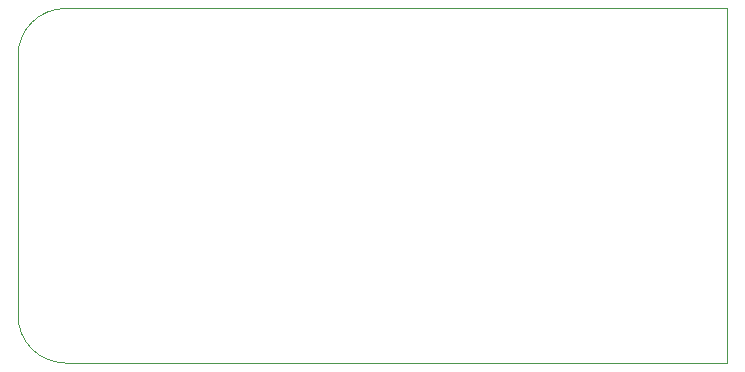
<source format=gbr>
%TF.GenerationSoftware,KiCad,Pcbnew,5.1.9+dfsg1-1*%
%TF.CreationDate,2021-10-11T12:45:34+00:00*%
%TF.ProjectId,LiRX_tht,4c695258-5f74-4687-942e-6b696361645f,rev?*%
%TF.SameCoordinates,Original*%
%TF.FileFunction,Profile,NP*%
%FSLAX46Y46*%
G04 Gerber Fmt 4.6, Leading zero omitted, Abs format (unit mm)*
G04 Created by KiCad (PCBNEW 5.1.9+dfsg1-1) date 2021-10-11 12:45:34*
%MOMM*%
%LPD*%
G01*
G04 APERTURE LIST*
%TA.AperFunction,Profile*%
%ADD10C,0.050000*%
%TD*%
G04 APERTURE END LIST*
D10*
X76000000Y-110000000D02*
X132000000Y-110000000D01*
X132000000Y-80000000D02*
X132000000Y-110000000D01*
X76000000Y-80000000D02*
X132000000Y-80000000D01*
X72000000Y-106000000D02*
X72000000Y-84000000D01*
X76000000Y-110000000D02*
G75*
G02*
X72000000Y-106000000I0J4000000D01*
G01*
X72000000Y-84000000D02*
G75*
G02*
X76000000Y-80000000I4000000J0D01*
G01*
M02*

</source>
